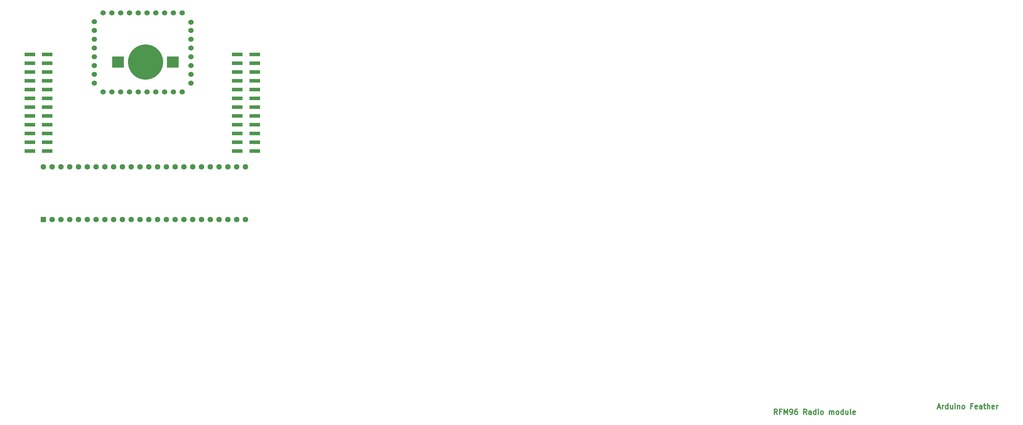
<source format=gbr>
%TF.GenerationSoftware,KiCad,Pcbnew,6.0.1*%
%TF.CreationDate,2022-02-08T14:36:59-06:00*%
%TF.ProjectId,FCB,4643422e-6b69-4636-9164-5f7063625858,rev?*%
%TF.SameCoordinates,Original*%
%TF.FileFunction,Soldermask,Bot*%
%TF.FilePolarity,Negative*%
%FSLAX46Y46*%
G04 Gerber Fmt 4.6, Leading zero omitted, Abs format (unit mm)*
G04 Created by KiCad (PCBNEW 6.0.1) date 2022-02-08 14:36:59*
%MOMM*%
%LPD*%
G01*
G04 APERTURE LIST*
%ADD10C,0.300000*%
%ADD11C,1.524000*%
%ADD12R,1.600000X1.600000*%
%ADD13C,1.600000*%
%ADD14R,3.150000X1.000000*%
%ADD15R,3.500000X3.300000*%
%ADD16C,10.200000*%
G04 APERTURE END LIST*
D10*
X229957142Y-81150000D02*
X230671428Y-81150000D01*
X229814285Y-81578571D02*
X230314285Y-80078571D01*
X230814285Y-81578571D01*
X231314285Y-81578571D02*
X231314285Y-80578571D01*
X231314285Y-80864285D02*
X231385714Y-80721428D01*
X231457142Y-80650000D01*
X231600000Y-80578571D01*
X231742857Y-80578571D01*
X232885714Y-81578571D02*
X232885714Y-80078571D01*
X232885714Y-81507142D02*
X232742857Y-81578571D01*
X232457142Y-81578571D01*
X232314285Y-81507142D01*
X232242857Y-81435714D01*
X232171428Y-81292857D01*
X232171428Y-80864285D01*
X232242857Y-80721428D01*
X232314285Y-80650000D01*
X232457142Y-80578571D01*
X232742857Y-80578571D01*
X232885714Y-80650000D01*
X234242857Y-80578571D02*
X234242857Y-81578571D01*
X233600000Y-80578571D02*
X233600000Y-81364285D01*
X233671428Y-81507142D01*
X233814285Y-81578571D01*
X234028571Y-81578571D01*
X234171428Y-81507142D01*
X234242857Y-81435714D01*
X234957142Y-81578571D02*
X234957142Y-80578571D01*
X234957142Y-80078571D02*
X234885714Y-80150000D01*
X234957142Y-80221428D01*
X235028571Y-80150000D01*
X234957142Y-80078571D01*
X234957142Y-80221428D01*
X235671428Y-80578571D02*
X235671428Y-81578571D01*
X235671428Y-80721428D02*
X235742857Y-80650000D01*
X235885714Y-80578571D01*
X236100000Y-80578571D01*
X236242857Y-80650000D01*
X236314285Y-80792857D01*
X236314285Y-81578571D01*
X237242857Y-81578571D02*
X237100000Y-81507142D01*
X237028571Y-81435714D01*
X236957142Y-81292857D01*
X236957142Y-80864285D01*
X237028571Y-80721428D01*
X237100000Y-80650000D01*
X237242857Y-80578571D01*
X237457142Y-80578571D01*
X237600000Y-80650000D01*
X237671428Y-80721428D01*
X237742857Y-80864285D01*
X237742857Y-81292857D01*
X237671428Y-81435714D01*
X237600000Y-81507142D01*
X237457142Y-81578571D01*
X237242857Y-81578571D01*
X240028571Y-80792857D02*
X239528571Y-80792857D01*
X239528571Y-81578571D02*
X239528571Y-80078571D01*
X240242857Y-80078571D01*
X241385714Y-81507142D02*
X241242857Y-81578571D01*
X240957142Y-81578571D01*
X240814285Y-81507142D01*
X240742857Y-81364285D01*
X240742857Y-80792857D01*
X240814285Y-80650000D01*
X240957142Y-80578571D01*
X241242857Y-80578571D01*
X241385714Y-80650000D01*
X241457142Y-80792857D01*
X241457142Y-80935714D01*
X240742857Y-81078571D01*
X242742857Y-81578571D02*
X242742857Y-80792857D01*
X242671428Y-80650000D01*
X242528571Y-80578571D01*
X242242857Y-80578571D01*
X242100000Y-80650000D01*
X242742857Y-81507142D02*
X242600000Y-81578571D01*
X242242857Y-81578571D01*
X242100000Y-81507142D01*
X242028571Y-81364285D01*
X242028571Y-81221428D01*
X242100000Y-81078571D01*
X242242857Y-81007142D01*
X242600000Y-81007142D01*
X242742857Y-80935714D01*
X243242857Y-80578571D02*
X243814285Y-80578571D01*
X243457142Y-80078571D02*
X243457142Y-81364285D01*
X243528571Y-81507142D01*
X243671428Y-81578571D01*
X243814285Y-81578571D01*
X244314285Y-81578571D02*
X244314285Y-80078571D01*
X244957142Y-81578571D02*
X244957142Y-80792857D01*
X244885714Y-80650000D01*
X244742857Y-80578571D01*
X244528571Y-80578571D01*
X244385714Y-80650000D01*
X244314285Y-80721428D01*
X246242857Y-81507142D02*
X246100000Y-81578571D01*
X245814285Y-81578571D01*
X245671428Y-81507142D01*
X245600000Y-81364285D01*
X245600000Y-80792857D01*
X245671428Y-80650000D01*
X245814285Y-80578571D01*
X246100000Y-80578571D01*
X246242857Y-80650000D01*
X246314285Y-80792857D01*
X246314285Y-80935714D01*
X245600000Y-81078571D01*
X246957142Y-81578571D02*
X246957142Y-80578571D01*
X246957142Y-80864285D02*
X247028571Y-80721428D01*
X247100000Y-80650000D01*
X247242857Y-80578571D01*
X247385714Y-80578571D01*
X183578571Y-83178571D02*
X183078571Y-82464285D01*
X182721428Y-83178571D02*
X182721428Y-81678571D01*
X183292857Y-81678571D01*
X183435714Y-81750000D01*
X183507142Y-81821428D01*
X183578571Y-81964285D01*
X183578571Y-82178571D01*
X183507142Y-82321428D01*
X183435714Y-82392857D01*
X183292857Y-82464285D01*
X182721428Y-82464285D01*
X184721428Y-82392857D02*
X184221428Y-82392857D01*
X184221428Y-83178571D02*
X184221428Y-81678571D01*
X184935714Y-81678571D01*
X185507142Y-83178571D02*
X185507142Y-81678571D01*
X186007142Y-82750000D01*
X186507142Y-81678571D01*
X186507142Y-83178571D01*
X187292857Y-83178571D02*
X187578571Y-83178571D01*
X187721428Y-83107142D01*
X187792857Y-83035714D01*
X187935714Y-82821428D01*
X188007142Y-82535714D01*
X188007142Y-81964285D01*
X187935714Y-81821428D01*
X187864285Y-81750000D01*
X187721428Y-81678571D01*
X187435714Y-81678571D01*
X187292857Y-81750000D01*
X187221428Y-81821428D01*
X187150000Y-81964285D01*
X187150000Y-82321428D01*
X187221428Y-82464285D01*
X187292857Y-82535714D01*
X187435714Y-82607142D01*
X187721428Y-82607142D01*
X187864285Y-82535714D01*
X187935714Y-82464285D01*
X188007142Y-82321428D01*
X189292857Y-81678571D02*
X189007142Y-81678571D01*
X188864285Y-81750000D01*
X188792857Y-81821428D01*
X188650000Y-82035714D01*
X188578571Y-82321428D01*
X188578571Y-82892857D01*
X188650000Y-83035714D01*
X188721428Y-83107142D01*
X188864285Y-83178571D01*
X189150000Y-83178571D01*
X189292857Y-83107142D01*
X189364285Y-83035714D01*
X189435714Y-82892857D01*
X189435714Y-82535714D01*
X189364285Y-82392857D01*
X189292857Y-82321428D01*
X189150000Y-82250000D01*
X188864285Y-82250000D01*
X188721428Y-82321428D01*
X188650000Y-82392857D01*
X188578571Y-82535714D01*
X192078571Y-83178571D02*
X191578571Y-82464285D01*
X191221428Y-83178571D02*
X191221428Y-81678571D01*
X191792857Y-81678571D01*
X191935714Y-81750000D01*
X192007142Y-81821428D01*
X192078571Y-81964285D01*
X192078571Y-82178571D01*
X192007142Y-82321428D01*
X191935714Y-82392857D01*
X191792857Y-82464285D01*
X191221428Y-82464285D01*
X193364285Y-83178571D02*
X193364285Y-82392857D01*
X193292857Y-82250000D01*
X193150000Y-82178571D01*
X192864285Y-82178571D01*
X192721428Y-82250000D01*
X193364285Y-83107142D02*
X193221428Y-83178571D01*
X192864285Y-83178571D01*
X192721428Y-83107142D01*
X192650000Y-82964285D01*
X192650000Y-82821428D01*
X192721428Y-82678571D01*
X192864285Y-82607142D01*
X193221428Y-82607142D01*
X193364285Y-82535714D01*
X194721428Y-83178571D02*
X194721428Y-81678571D01*
X194721428Y-83107142D02*
X194578571Y-83178571D01*
X194292857Y-83178571D01*
X194150000Y-83107142D01*
X194078571Y-83035714D01*
X194007142Y-82892857D01*
X194007142Y-82464285D01*
X194078571Y-82321428D01*
X194150000Y-82250000D01*
X194292857Y-82178571D01*
X194578571Y-82178571D01*
X194721428Y-82250000D01*
X195435714Y-83178571D02*
X195435714Y-82178571D01*
X195435714Y-81678571D02*
X195364285Y-81750000D01*
X195435714Y-81821428D01*
X195507142Y-81750000D01*
X195435714Y-81678571D01*
X195435714Y-81821428D01*
X196364285Y-83178571D02*
X196221428Y-83107142D01*
X196150000Y-83035714D01*
X196078571Y-82892857D01*
X196078571Y-82464285D01*
X196150000Y-82321428D01*
X196221428Y-82250000D01*
X196364285Y-82178571D01*
X196578571Y-82178571D01*
X196721428Y-82250000D01*
X196792857Y-82321428D01*
X196864285Y-82464285D01*
X196864285Y-82892857D01*
X196792857Y-83035714D01*
X196721428Y-83107142D01*
X196578571Y-83178571D01*
X196364285Y-83178571D01*
X198649999Y-83178571D02*
X198649999Y-82178571D01*
X198649999Y-82321428D02*
X198721428Y-82250000D01*
X198864285Y-82178571D01*
X199078571Y-82178571D01*
X199221428Y-82250000D01*
X199292857Y-82392857D01*
X199292857Y-83178571D01*
X199292857Y-82392857D02*
X199364285Y-82250000D01*
X199507142Y-82178571D01*
X199721428Y-82178571D01*
X199864285Y-82250000D01*
X199935714Y-82392857D01*
X199935714Y-83178571D01*
X200864285Y-83178571D02*
X200721428Y-83107142D01*
X200650000Y-83035714D01*
X200578571Y-82892857D01*
X200578571Y-82464285D01*
X200650000Y-82321428D01*
X200721428Y-82250000D01*
X200864285Y-82178571D01*
X201078571Y-82178571D01*
X201221428Y-82250000D01*
X201292857Y-82321428D01*
X201364285Y-82464285D01*
X201364285Y-82892857D01*
X201292857Y-83035714D01*
X201221428Y-83107142D01*
X201078571Y-83178571D01*
X200864285Y-83178571D01*
X202650000Y-83178571D02*
X202650000Y-81678571D01*
X202650000Y-83107142D02*
X202507142Y-83178571D01*
X202221428Y-83178571D01*
X202078571Y-83107142D01*
X202007142Y-83035714D01*
X201935714Y-82892857D01*
X201935714Y-82464285D01*
X202007142Y-82321428D01*
X202078571Y-82250000D01*
X202221428Y-82178571D01*
X202507142Y-82178571D01*
X202650000Y-82250000D01*
X204007142Y-82178571D02*
X204007142Y-83178571D01*
X203364285Y-82178571D02*
X203364285Y-82964285D01*
X203435714Y-83107142D01*
X203578571Y-83178571D01*
X203792857Y-83178571D01*
X203935714Y-83107142D01*
X204007142Y-83035714D01*
X204935714Y-83178571D02*
X204792857Y-83107142D01*
X204721428Y-82964285D01*
X204721428Y-81678571D01*
X206078571Y-83107142D02*
X205935714Y-83178571D01*
X205650000Y-83178571D01*
X205507142Y-83107142D01*
X205435714Y-82964285D01*
X205435714Y-82392857D01*
X205507142Y-82250000D01*
X205650000Y-82178571D01*
X205935714Y-82178571D01*
X206078571Y-82250000D01*
X206150000Y-82392857D01*
X206150000Y-82535714D01*
X205435714Y-82678571D01*
D11*
%TO.C,U1*%
X-11300000Y10100000D03*
X-8760000Y10100000D03*
X-6236998Y10100112D03*
X-3691332Y10100112D03*
X-1145666Y10100112D03*
X1400000Y10100112D03*
X3905890Y10100112D03*
X6451556Y10100112D03*
X9020000Y10100000D03*
X11560000Y10100000D03*
X14088555Y12645779D03*
X14100000Y15180000D03*
X14088555Y17737111D03*
X14088555Y20282778D03*
X14088555Y22828444D03*
X14088555Y25374110D03*
X14088555Y27880000D03*
X14088555Y30266562D03*
X11542889Y32971332D03*
X8997222Y32971332D03*
X6451556Y32971332D03*
X3905890Y32971332D03*
X1400000Y32971332D03*
X-1145666Y32971332D03*
X-3691332Y32971332D03*
X-6236998Y32971332D03*
X-8760000Y32960000D03*
X-11300000Y32960000D03*
X-13913773Y30425666D03*
X-13873997Y27880000D03*
X-13873997Y25340000D03*
X-13873997Y22800000D03*
X-13840000Y20260000D03*
X-13873997Y17737111D03*
X-13873997Y15191445D03*
X-13873997Y12645779D03*
%TD*%
D12*
%TO.C,U2*%
X-28575000Y-26820000D03*
D13*
X-26035000Y-26820000D03*
X-23495000Y-26820000D03*
X-20955000Y-26820000D03*
X-18415000Y-26820000D03*
X-15875000Y-26820000D03*
X-13335000Y-26820000D03*
X-10795000Y-26820000D03*
X-8255000Y-26820000D03*
X-5715000Y-26820000D03*
X-3175000Y-26820000D03*
X-635000Y-26820000D03*
X1905000Y-26820000D03*
X4445000Y-26820000D03*
X6985000Y-26820000D03*
X9525000Y-26820000D03*
X12065000Y-26820000D03*
X14605000Y-26820000D03*
X17145000Y-26820000D03*
X19685000Y-26820000D03*
X22225000Y-26820000D03*
X24765000Y-26820000D03*
X27305000Y-26820000D03*
X29845000Y-26820000D03*
X29845000Y-11580000D03*
X27305000Y-11580000D03*
X24765000Y-11580000D03*
X22225000Y-11580000D03*
X19685000Y-11580000D03*
X17145000Y-11580000D03*
X14605000Y-11580000D03*
X12065000Y-11580000D03*
X9525000Y-11580000D03*
X6985000Y-11580000D03*
X4445000Y-11580000D03*
X1905000Y-11580000D03*
X-635000Y-11580000D03*
X-3175000Y-11580000D03*
X-5715000Y-11580000D03*
X-8255000Y-11580000D03*
X-10795000Y-11580000D03*
X-13335000Y-11580000D03*
X-15875000Y-11580000D03*
X-18415000Y-11580000D03*
X-20955000Y-11580000D03*
X-23495000Y-11580000D03*
X-26035000Y-11580000D03*
X-28575000Y-11580000D03*
%TD*%
D14*
%TO.C,J2*%
X27475000Y-6970000D03*
X32525000Y-6970000D03*
X27475000Y-4430000D03*
X32525000Y-4430000D03*
X27475000Y-1890000D03*
X32525000Y-1890000D03*
X27475000Y650000D03*
X32525000Y650000D03*
X27475000Y3190000D03*
X32525000Y3190000D03*
X27475000Y5730000D03*
X32525000Y5730000D03*
X27475000Y8270000D03*
X32525000Y8270000D03*
X27475000Y10810000D03*
X32525000Y10810000D03*
X27475000Y13350000D03*
X32525000Y13350000D03*
X27475000Y15890000D03*
X32525000Y15890000D03*
X27475000Y18430000D03*
X32525000Y18430000D03*
X27475000Y20970000D03*
X32525000Y20970000D03*
%TD*%
%TO.C,J4*%
X-27475000Y20970000D03*
X-32525000Y20970000D03*
X-27475000Y18430000D03*
X-32525000Y18430000D03*
X-27475000Y15890000D03*
X-32525000Y15890000D03*
X-27475000Y13350000D03*
X-32525000Y13350000D03*
X-27475000Y10810000D03*
X-32525000Y10810000D03*
X-27475000Y8270000D03*
X-32525000Y8270000D03*
X-27475000Y5730000D03*
X-32525000Y5730000D03*
X-27475000Y3190000D03*
X-32525000Y3190000D03*
X-27475000Y650000D03*
X-32525000Y650000D03*
X-27475000Y-1890000D03*
X-32525000Y-1890000D03*
X-27475000Y-4430000D03*
X-32525000Y-4430000D03*
X-27475000Y-6970000D03*
X-32525000Y-6970000D03*
%TD*%
D15*
%TO.C,BT1*%
X8800000Y18750000D03*
X-7000000Y18750000D03*
D16*
X900000Y18750000D03*
%TD*%
M02*

</source>
